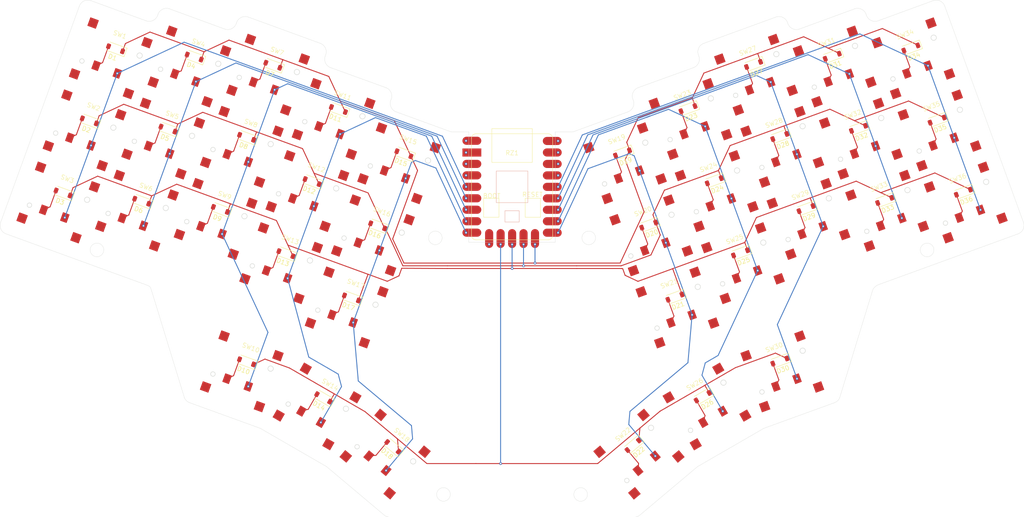
<source format=kicad_pcb>
(kicad_pcb (version 20241229) (generator "pcbnew") (generator_version "9.0")
  (title_block (title "FrustratedFly") (company "qwelyt"))
  (layers (0 "F.Cu" signal) (2 "B.Cu" signal) (13 "F.Paste" user) (15 "B.Paste" user) (5 "F.SilkS" user "F.Silkscreen") (7 "B.SilkS" user "B.Silkscreen") (1 "F.Mask" user) (3 "B.Mask" user) (25 "Edge.Cuts" user))
  (net 0 "")
  (net 1 "Net-(D1-K)")
  (net 2 "Net-(D1-A)")
  (net 3 "Net-(D13-K)")
  (net 4 "Net-(D2-A)")
  (net 5 "Net-(D3-A)")
  (net 6 "Net-(D12-K)")
  (net 7 "Net-(D4-A)")
  (net 8 "Net-(D5-A)")
  (net 9 "Net-(D6-A)")
  (net 10 "Net-(D7-A)")
  (net 11 "Net-(D8-A)")
  (net 12 "Net-(D9-A)")
  (net 13 "Net-(D10-A)")
  (net 14 "Net-(D14-A)")
  (net 15 "Net-(D10-K)")
  (net 16 "Net-(D18-A)")
  (net 17 "Net-(RZ1-Pad5)")
  (net 18 "Net-(RZ1-Pad4)")
  (net 19 "Net-(RZ1-Pad8)")
  (net 20 "unconnected-(RZ1-Pad2)")
  (net 21 "Net-(D11-A)")
  (net 22 "Net-(D12-A)")
  (net 23 "Net-(D13-A)")
  (net 24 "Net-(D15-A)")
  (net 25 "Net-(RZ1-Pad6)")
  (net 26 "unconnected-(RZ1-Pad29)")
  (net 27 "Net-(D16-A)")
  (net 28 "Net-(D17-A)")
  (net 29 "Net-(D19-A)")
  (net 30 "Net-(D20-A)")
  (net 31 "Net-(D21-A)")
  (net 32 "Net-(D22-A)")
  (net 33 "Net-(D23-A)")
  (net 34 "Net-(D24-A)")
  (net 35 "Net-(D25-A)")
  (net 36 "Net-(D26-A)")
  (net 37 "Net-(D27-A)")
  (net 38 "Net-(D28-A)")
  (net 39 "Net-(D29-A)")
  (net 40 "Net-(D30-A)")
  (net 41 "Net-(D31-A)")
  (net 42 "Net-(D32-A)")
  (net 43 "Net-(D33-A)")
  (net 44 "Net-(D34-A)")
  (net 45 "Net-(D35-A)")
  (net 46 "Net-(D36-A)")
  (net 47 "unconnected-(RZ1-Pad3)")
  (net 48 "unconnected-(RZ1-Pad13)")
  (net 49 "unconnected-(RZ1-Pad5V)")
  (net 50 "Net-(RZ1-Pad7)")
  (net 51 "unconnected-(RZ1-Pad0)")
  (net 52 "unconnected-(RZ1-Pad3.3V)")
  (net 53 "Net-(RZ1-Pad28)")
  (net 54 "unconnected-(RZ1-Pad1)")
  (net 55 "Net-(RZ1-Pad26)")
  (net 56 "Net-(RZ1-Pad14)")
  (net 57 "Net-(RZ1-Pad27)")
  (net 58 "unconnected-(RZ1-PadGND)")
  (net 59 "Net-(RZ1-Pad15)")
  (footprint "frustratedfly:CPG1316S01D02_mikeholscher_w_ref" (layer "F.Cu") (at 163.933162 144.912303 40)
    (property "Reference" "SW22" (hide yes))
    (property "Value" "CPG1316S" (hide yes))
    (fp_circle (center -5.800001 2.750001) (end -5.299999 2.750001) (stroke (width 0.1)) (fill no) (layer "Edge.Cuts"))
    (fp_circle (center 5.800001 -2.750001) (end 6.399997 -2.750001) (stroke (width 0.1)) (fill no) (layer "Edge.Cuts"))
  )
  (footprint "frustratedfly:RP2040_Zero_cutout" (layer "F.Cu") (at 135.822272 85.676946)
    (property "Reference" "RZ1")
    (property "Value" "RP2040-Zero")
  )
  (footprint "frustratedfly:CPG1316S01D02_mikeholscher_w_ref" (layer "F.Cu") (at 172.45969 112.408803 20)
    (property "Reference" "SW21" (hide yes))
    (property "Value" "CPG1316S" (hide yes))
    (fp_circle (center -5.799999 2.750001) (end -5.299999 2.75) (stroke (width 0.1)) (fill no) (layer "Edge.Cuts"))
    (fp_circle (center 5.799999 -2.750001) (end 6.399997 -2.750002) (stroke (width 0.1)) (fill no) (layer "Edge.Cuts"))
  )
  (footprint "Diode_SMD:D_SOD-123" (layer "F.Cu") (at 111.860753 78.354274 160)
    (property "Reference" "D15")
    (property "Value" "1n4148W")
  )
  (footprint "Diode_SMD:D_SOD-123" (layer "F.Cu") (at 82.818372 58.7382 160)
    (property "Reference" "D7")
    (property "Value" "1n4148W")
  )
  (footprint "Diode_SMD:D_SOD-123" (layer "F.Cu") (at 189.334973 58.552564 -160)
    (property "Reference" "D27")
    (property "Value" "1n4148W")
  )
  (footprint "Diode_SMD:D_SOD-123" (layer "F.Cu") (at 174.813784 68.3606 -160)
    (property "Reference" "D23")
    (property "Value" "1n4148W")
  )
  (footprint "frustratedfly:CPG1316S01D02_mikeholscher_w_ref" (layer "F.Cu") (at 104.986472 96.429838 -20)
    (property "Reference" "SW16" (hide yes))
    (property "Value" "CPG1316S" (hide yes))
    (fp_circle (center -5.799999 2.749999) (end -5.3 2.75) (stroke (width 0.1)) (fill no) (layer "Edge.Cuts"))
    (fp_circle (center 5.799999 -2.749999) (end 6.399998 -2.749997) (stroke (width 0.1)) (fill no) (layer "Edge.Cuts"))
  )
  (footprint "Diode_SMD:D_SOD-123" (layer "F.Cu") (at 53.761335 88.867099 160)
    (property "Reference" "D6")
    (property "Value" "1n4148W")
  )
  (footprint "Diode_SMD:D_SOD-123" (layer "F.Cu") (at 100.232071 110.303823 160)
    (property "Reference" "D17")
    (property "Value" "1n4148W")
  )
  (footprint "frustratedfly:CPG1316S01D02_mikeholscher_w_ref" (layer "F.Cu") (at 230.544439 73.176659 20)
    (property "Reference" "SW35" (hide yes))
    (property "Value" "CPG1316S" (hide yes))
    (fp_circle (center -5.799999 2.750001) (end -5.299999 2.75) (stroke (width 0.1)) (fill no) (layer "Edge.Cuts"))
    (fp_circle (center 5.799999 -2.750001) (end 6.399997 -2.750002) (stroke (width 0.1)) (fill no) (layer "Edge.Cuts"))
  )
  (footprint "frustratedfly:CPG1316S01D02_mikeholscher_w_ref" (layer "F.Cu") (at 236.358785 89.151429 20)
    (property "Reference" "SW36" (hide yes))
    (property "Value" "CPG1316S" (hide yes))
    (fp_circle (center -5.799999 2.750001) (end -5.299999 2.75) (stroke (width 0.1)) (fill no) (layer "Edge.Cuts"))
    (fp_circle (center 5.799999 -2.750001) (end 6.399997 -2.750002) (stroke (width 0.1)) (fill no) (layer "Edge.Cuts"))
  )
  (footprint "Diode_SMD:D_SOD-123" (layer "F.Cu") (at 97.339566 68.546233 160)
    (property "Reference" "D11")
    (property "Value" "1n4148W")
  )
  (footprint "frustratedfly:CPG1316S01D02_mikeholscher_w_ref" (layer "F.Cu") (at 181.16653 86.625994 20)
    (property "Reference" "SW24" (hide yes))
    (property "Value" "CPG1316S" (hide yes))
    (fp_circle (center -5.799999 2.750001) (end -5.299999 2.75) (stroke (width 0.1)) (fill no) (layer "Edge.Cuts"))
    (fp_circle (center 5.799999 -2.750001) (end 6.399997 -2.750002) (stroke (width 0.1)) (fill no) (layer "Edge.Cuts"))
  )
  (footprint "Diode_SMD:D_SOD-123" (layer "F.Cu") (at 200.963661 90.502118 -160)
    (property "Reference" "D29")
    (property "Value" "1n4148W")
  )
  (footprint "Diode_SMD:D_SOD-123" (layer "F.Cu") (at 106.046418 94.329051 160)
    (property "Reference" "D16")
    (property "Value" "1n4148W")
  )
  (footprint "Diode_SMD:D_SOD-123" (layer "F.Cu") (at 195.149318 74.527342 -160)
    (property "Reference" "D28")
    (property "Value" "1n4148W")
  )
  (footprint "Diode_SMD:D_SOD-123" (layer "F.Cu") (at 224.191696 54.911273 -160)
    (property "Reference" "D34")
    (property "Value" "1n4148W")
  )
  (footprint "frustratedfly:CPG1316S01D02_mikeholscher_w_ref" (layer "F.Cu") (at 70.129757 92.788535 -20)
    (property "Reference" "SW9" (hide yes))
    (property "Value" "CPG1316S" (hide yes))
    (fp_circle (center -5.799999 2.749999) (end -5.3 2.75) (stroke (width 0.1)) (fill no) (layer "Edge.Cuts"))
    (fp_circle (center 5.799999 -2.749999) (end 6.399998 -2.749997) (stroke (width 0.1)) (fill no) (layer "Edge.Cuts"))
  )
  (footprint "frustratedfly:CPG1316S01D02_mikeholscher_w_ref" (layer "F.Cu") (at 195.70239 126.562929 20)
    (property "Reference" "SW30" (hide yes))
    (property "Value" "CPG1316S" (hide yes))
    (fp_circle (center -5.799999 2.750001) (end -5.299999 2.75) (stroke (width 0.1)) (fill no) (layer "Edge.Cuts"))
    (fp_circle (center 5.799999 -2.750001) (end 6.399997 -2.750002) (stroke (width 0.1)) (fill no) (layer "Edge.Cuts"))
  )
  (footprint "Diode_SMD:D_SOD-123" (layer "F.Cu") (at 230.00604 70.886043 -160)
    (property "Reference" "D35")
    (property "Value" "1n4148W")
  )
  (footprint "Diode_SMD:D_SOD-123" (layer "F.Cu") (at 85.71088 100.495787 160)
    (property "Reference" "D13")
    (property "Value" "1n4148W")
  )
  (footprint "Diode_SMD:D_SOD-123" (layer "F.Cu") (at 42.147315 71.071673 160)
    (property "Reference" "D2")
    (property "Value" "1n4148W")
  )
  (footprint "Diode_SMD:D_SOD-123" (layer "F.Cu") (at 235.820382 86.860819 -160)
    (property "Reference" "D36")
    (property "Value" "1n4148W")
  )
  (footprint "frustratedfly:CPG1316S01D02_mikeholscher_w_ref" (layer "F.Cu") (at 92.610547 134.336918 -30)
    (property "Reference" "SW14" (hide yes))
    (property "Value" "CPG1316S" (hide yes))
    (fp_circle (center -5.800001 2.750001) (end -5.299999 2.75) (stroke (width 0.1)) (fill no) (layer "Edge.Cuts"))
    (fp_circle (center 5.800001 -2.750001) (end 6.399999 -2.75) (stroke (width 0.1)) (fill no) (layer "Edge.Cuts"))
  )
  (footprint "frustratedfly:CPG1316S01D02_mikeholscher_w_ref" (layer "F.Cu") (at 218.930426 90.972085 20)
    (property "Reference" "SW33" (hide yes))
    (property "Value" "CPG1316S" (hide yes))
    (fp_circle (center -5.799999 2.750001) (end -5.299999 2.75) (stroke (width 0.1)) (fill no) (layer "Edge.Cuts"))
    (fp_circle (center 5.799999 -2.750001) (end 6.399997 -2.750002) (stroke (width 0.1)) (fill no) (layer "Edge.Cuts"))
  )
  (footprint "frustratedfly:CPG1316S01D02_mikeholscher_w_ref" (layer "F.Cu") (at 189.873383 60.84318 20)
    (property "Reference" "SW27" (hide yes))
    (property "Value" "CPG1316S" (hide yes))
    (fp_circle (center -5.799999 2.750001) (end -5.299999 2.75) (stroke (width 0.1)) (fill no) (layer "Edge.Cuts"))
    (fp_circle (center 5.799999 -2.750001) (end 6.399997 -2.750002) (stroke (width 0.1)) (fill no) (layer "Edge.Cuts"))
  )
  (footprint "Diode_SMD:D_SOD-123" (layer "F.Cu") (at 166.106941 94.143414 -160)
    (property "Reference" "D20")
    (property "Value" "1n4148W")
  )
  (footprint "frustratedfly:CPG1316S01D02_mikeholscher_w_ref" (layer "F.Cu") (at 35.273034 89.147242 -20)
    (property "Reference" "SW3" (hide yes))
    (property "Value" "CPG1316S" (hide yes))
    (fp_circle (center -5.799999 2.749999) (end -5.3 2.75) (stroke (width 0.1)) (fill no) (layer "Edge.Cuts"))
    (fp_circle (center 5.799999 -2.749999) (end 6.399998 -2.749997) (stroke (width 0.1)) (fill no) (layer "Edge.Cuts"))
  )
  (footprint "frustratedfly:CPG1316S01D02_mikeholscher_w_ref" (layer "F.Cu") (at 64.330075 59.018343 -20)
    (property "Reference" "SW4" (hide yes))
    (property "Value" "CPG1316S" (hide yes))
    (fp_circle (center -5.799999 2.749999) (end -5.3 2.75) (stroke (width 0.1)) (fill no) (layer "Edge.Cuts"))
    (fp_circle (center 5.799999 -2.749999) (end 6.399998 -2.749997) (stroke (width 0.1)) (fill no) (layer "Edge.Cuts"))
  )
  (footprint "frustratedfly:CPG1316S01D02_mikeholscher_w_ref" (layer "F.Cu") (at 107.693841 144.892119 -40)
    (property "Reference" "SW18" (hide yes))
    (property "Value" "CPG1316S" (hide yes))
    (fp_circle (center -5.800001 2.749998) (end -5.3 2.749998) (stroke (width 0.1)) (fill no) (layer "Edge.Cuts"))
    (fp_circle (center 5.800001 -2.749998) (end 6.400002 -2.749998) (stroke (width 0.1)) (fill no) (layer "Edge.Cuts"))
  )
  (footprint "frustratedfly:CPG1316S01D02_mikeholscher_w_ref" (layer "F.Cu") (at 96.27963 70.647028 -20)
    (property "Reference" "SW11" (hide yes))
    (property "Value" "CPG1316S" (hide yes))
    (fp_circle (center -5.799999 2.749999) (end -5.3 2.75) (stroke (width 0.1)) (fill no) (layer "Edge.Cuts"))
    (fp_circle (center 5.799999 -2.749999) (end 6.399998 -2.749997) (stroke (width 0.1)) (fill no) (layer "Edge.Cuts"))
  )
  (footprint "frustratedfly:CPG1316S01D02_mikeholscher_w_ref" (layer "F.Cu") (at 84.650942 102.596581 -20)
    (property "Reference" "SW13" (hide yes))
    (property "Value" "CPG1316S" (hide yes))
    (fp_circle (center -5.799999 2.749999) (end -5.3 2.75) (stroke (width 0.1)) (fill no) (layer "Edge.Cuts"))
    (fp_circle (center 5.799999 -2.749999) (end 6.399998 -2.749997) (stroke (width 0.1)) (fill no) (layer "Edge.Cuts"))
  )
  (footprint "frustratedfly:CPG1316S01D02_mikeholscher_w_ref" (layer "F.Cu") (at 75.929431 126.558738 -20)
    (property "Reference" "SW10" (hide yes))
    (property "Value" "CPG1316S" (hide yes))
    (fp_circle (center -5.799999 2.749999) (end -5.3 2.75) (stroke (width 0.1)) (fill no) (layer "Edge.Cuts"))
    (fp_circle (center 5.799999 -2.749999) (end 6.399998 -2.749997) (stroke (width 0.1)) (fill no) (layer "Edge.Cuts"))
  )
  (footprint "Diode_SMD:D_SOD-123" (layer "F.Cu") (at 47.961659 55.096903 160)
    (property "Reference" "D1")
    (property "Value" "1n4148W")
  )
  (footprint "Diode_SMD:D_SOD-123" (layer "F.Cu") (at 180.628128 84.335378 -160)
    (property "Reference" "D24")
    (property "Value" "1n4148W")
  )
  (footprint "frustratedfly:CPG1316S01D02_mikeholscher_w_ref" (layer "F.Cu") (at 213.116082 74.997305 20)
    (property "Reference" "SW32" (hide yes))
    (property "Value" "CPG1316S" (hide yes))
    (fp_circle (center -5.799999 2.750001) (end -5.299999 2.75) (stroke (width 0.1)) (fill no) (layer "Edge.Cuts"))
    (fp_circle (center 5.799999 -2.750001) (end 6.399997 -2.750002) (stroke (width 0.1)) (fill no) (layer "Edge.Cuts"))
  )
  (footprint "frustratedfly:CPG1316S01D02_mikeholscher_w_ref" (layer "F.Cu") (at 224.730096 57.201886 20)
    (property "Reference" "SW34" (hide yes))
    (property "Value" "CPG1316S" (hide yes))
    (fp_circle (center -5.799999 2.750001) (end -5.299999 2.75) (stroke (width 0.1)) (fill no) (layer "Edge.Cuts"))
    (fp_circle (center 5.799999 -2.750001) (end 6.399997 -2.750002) (stroke (width 0.1)) (fill no) (layer "Edge.Cuts"))
  )
  (footprint "Diode_SMD:D_SOD-123" (layer "F.Cu") (at 162.643787 142.943973 -140)
    (property "Reference" "D22")
    (property "Value" "1n4148W")
  )
  (footprint "Diode_SMD:D_SOD-123" (layer "F.Cu") (at 212.577681 72.706691 -160)
    (property "Reference" "D32")
    (property "Value" "1n4148W")
  )
  (footprint "Diode_SMD:D_SOD-123" (layer "F.Cu") (at 59.575675 72.892325 160)
    (property "Reference" "D5")
    (property "Value" "1n4148W")
  )
  (footprint "Diode_SMD:D_SOD-123" (layer "F.Cu") (at 94.019183 132.452097 150)
    (property "Reference" "D14")
    (property "Value" "1n4148W")
  )
  (footprint "frustratedfly:CPG1316S01D02_mikeholscher_w_ref" (layer "F.Cu") (at 75.944094 76.813768 -20)
    (property "Reference" "SW8" (hide yes))
    (property "Value" "CPG1316S" (hide yes))
    (fp_circle (center -5.799999 2.749999) (end -5.3 2.75) (stroke (width 0.1)) (fill no) (layer "Edge.Cuts"))
    (fp_circle (center 5.799999 -2.749999) (end 6.399998 -2.749997) (stroke (width 0.1)) (fill no) (layer "Edge.Cuts"))
  )
  (footprint "frustratedfly:CPG1316S01D02_mikeholscher_w_ref" (layer "F.Cu") (at 52.701392 90.967895 -20)
    (property "Reference" "SW6" (hide yes))
    (property "Value" "CPG1316S" (hide yes))
    (fp_circle (center -5.799999 2.749999) (end -5.3 2.75) (stroke (width 0.1)) (fill no) (layer "Edge.Cuts"))
    (fp_circle (center 5.799999 -2.749999) (end 6.399998 -2.749997) (stroke (width 0.1)) (fill no) (layer "Edge.Cuts"))
  )
  (footprint "Diode_SMD:D_SOD-123" (layer "F.Cu") (at 109.408373 143.280537 140)
    (property "Reference" "D18")
    (property "Value" "1n4148W")
  )
  (footprint "frustratedfly:CPG1316S01D02_mikeholscher_w_ref" (layer "F.Cu") (at 99.172131 112.404614 -20)
    (property "Reference" "SW17" (hide yes))
    (property "Value" "CPG1316S" (hide yes))
    (fp_circle (center -5.799999 2.749999) (end -5.3 2.75) (stroke (width 0.1)) (fill no) (layer "Edge.Cuts"))
    (fp_circle (center 5.799999 -2.749999) (end 6.399998 -2.749997) (stroke (width 0.1)) (fill no) (layer "Edge.Cuts"))
  )
  (footprint "Diode_SMD:D_SOD-123" (layer "F.Cu") (at 76.989364 124.457945 160)
    (property "Reference" "D10")
    (property "Value" "1n4148W")
  )
  (footprint "frustratedfly:CPG1316S01D02_mikeholscher_w_ref" (layer "F.Cu") (at 58.515733 74.99312 -20)
    (property "Reference" "SW5" (hide yes))
    (property "Value" "CPG1316S" (hide yes))
    (fp_circle (center -5.799999 2.749999) (end -5.3 2.75) (stroke (width 0.1)) (fill no) (layer "Edge.Cuts"))
    (fp_circle (center 5.799999 -2.749999) (end 6.399998 -2.749997) (stroke (width 0.1)) (fill no) (layer "Edge.Cuts"))
  )
  (footprint "Diode_SMD:D_SOD-123" (layer "F.Cu") (at 65.390018 56.917552 160)
    (property "Reference" "D4")
    (property "Value" "1n4148W")
  )
  (footprint "frustratedfly:CPG1316S01D02_mikeholscher_w_ref" (layer "F.Cu") (at 195.68772 76.817956 20)
    (property "Reference" "SW28" (hide yes))
    (property "Value" "CPG1316S" (hide yes))
    (fp_circle (center -5.799999 2.750001) (end -5.299999 2.75) (stroke (width 0.1)) (fill no) (layer "Edge.Cuts"))
    (fp_circle (center 5.799999 -2.750001) (end 6.399997 -2.750002) (stroke (width 0.1)) (fill no) (layer "Edge.Cuts"))
  )
  (footprint "Diode_SMD:D_SOD-123" (layer "F.Cu") (at 160.292599 78.168638 -160)
    (property "Reference" "D19")
    (property "Value" "1n4148W")
  )
  (footprint "frustratedfly:CPG1316S01D02_mikeholscher_w_ref" (layer "F.Cu") (at 179.013033 134.34771 30)
    (property "Reference" "SW26" (hide yes))
    (property "Value" "CPG1316S" (hide yes))
    (fp_circle (center -5.800001 2.75) (end -5.299998 2.75) (stroke (width 0.1)) (fill no) (layer "Edge.Cuts"))
    (fp_circle (center 5.800001 -2.75) (end 6.399997 -2.750001) (stroke (width 0.1)) (fill no) (layer "Edge.Cuts"))
  )
  (footprint "frustratedfly:CPG1316S01D02_mikeholscher_w_ref" (layer "F.Cu") (at 207.301739 59.022533 20)
    (property "Reference" "SW31" (hide yes))
    (property "Value" "CPG1316S" (hide yes))
    (fp_circle (center -5.799999 2.750001) (end -5.299999 2.75) (stroke (width 0.1)) (fill no) (layer "Edge.Cuts"))
    (fp_circle (center 5.799999 -2.750001) (end 6.399997 -2.750002) (stroke (width 0.1)) (fill no) (layer "Edge.Cuts"))
  )
  (footprint "Diode_SMD:D_SOD-123" (layer "F.Cu") (at 178.085049 132.185384 -150)
    (property "Reference" "D26")
    (property "Value" "1n4148W")
  )
  (footprint "Diode_SMD:D_SOD-123" (layer "F.Cu") (at 186.442471 100.310152 -160)
    (property "Reference" "D25")
    (property "Value" "1n4148W")
  )
  (footprint "frustratedfly:CPG1316S01D02_mikeholscher_w_ref" (layer "F.Cu") (at 46.901721 57.197699 -20)
    (property "Reference" "SW1" (hide yes))
    (property "Value" "CPG1316S" (hide yes))
    (fp_circle (center -5.799999 2.749999) (end -5.3 2.75) (stroke (width 0.1)) (fill no) (layer "Edge.Cuts"))
    (fp_circle (center 5.799999 -2.749999) (end 6.399998 -2.749997) (stroke (width 0.1)) (fill no) (layer "Edge.Cuts"))
  )
  (footprint "frustratedfly:CPG1316S01D02_mikeholscher_w_ref" (layer "F.Cu") (at 90.465286 86.621806 -20)
    (property "Reference" "SW12" (hide yes))
    (property "Value" "CPG1316S" (hide yes))
    (fp_circle (center -5.799999 2.749999) (end -5.3 2.75) (stroke (width 0.1)) (fill no) (layer "Edge.Cuts"))
    (fp_circle (center 5.799999 -2.749999) (end 6.399998 -2.749997) (stroke (width 0.1)) (fill no) (layer "Edge.Cuts"))
  )
  (footprint "frustratedfly:CPG1316S01D02_mikeholscher_w_ref" (layer "F.Cu") (at 201.502064 92.792733 20)
    (property "Reference" "SW29" (hide yes))
    (property "Value" "CPG1316S" (hide yes))
    (fp_circle (center -5.799999 2.750001) (end -5.299999 2.75) (stroke (width 0.1)) (fill no) (layer "Edge.Cuts"))
    (fp_circle (center 5.799999 -2.750001) (end 6.399997 -2.750002) (stroke (width 0.1)) (fill no) (layer "Edge.Cuts"))
  )
  (footprint "frustratedfly:CPG1316S01D02_mikeholscher_w_ref" (layer "F.Cu") (at 166.645344 96.434028 20)
    (property "Reference" "SW20" (hide yes))
    (property "Value" "CPG1316S" (hide yes))
    (fp_circle (center -5.799999 2.750001) (end -5.299999 2.75) (stroke (width 0.1)) (fill no) (layer "Edge.Cuts"))
    (fp_circle (center 5.799999 -2.750001) (end 6.399997 -2.750002) (stroke (width 0.1)) (fill no) (layer "Edge.Cuts"))
  )
  (footprint "frustratedfly:CPG1316S01D02_mikeholscher_w_ref" (layer "F.Cu") (at 160.831005 80.45925 20)
    (property "Reference" "SW19" (hide yes))
    (property "Value" "CPG1316S" (hide yes))
    (fp_circle (center -5.799999 2.750001) (end -5.299999 2.75) (stroke (width 0.1)) (fill no) (layer "Edge.Cuts"))
    (fp_circle (center 5.799999 -2.750001) (end 6.399997 -2.750002) (stroke (width 0.1)) (fill no) (layer "Edge.Cuts"))
  )
  (footprint "Diode_SMD:D_SOD-123" (layer "F.Cu") (at 36.33297 87.046454 160)
    (property "Reference" "D3")
    (property "Value" "1n4148W")
  )
  (footprint "Diode_SMD:D_SOD-123" (layer "F.Cu") (at 91.525226 84.521008 160)
    (property "Reference" "D12")
    (property "Value" "1n4148W")
  )
  (footprint "frustratedfly:CPG1316S01D02_mikeholscher_w_ref" (layer "F.Cu") (at 41.087374 73.17247 -20)
    (property "Reference" "SW2" (hide yes))
    (property "Value" "CPG1316S" (hide yes))
    (fp_circle (center -5.799999 2.749999) (end -5.3 2.75) (stroke (width 0.1)) (fill no) (layer "Edge.Cuts"))
    (fp_circle (center 5.799999 -2.749999) (end 6.399998 -2.749997) (stroke (width 0.1)) (fill no) (layer "Edge.Cuts"))
  )
  (footprint "frustratedfly:CPG1316S01D02_mikeholscher_w_ref" (layer "F.Cu") (at 186.980874 102.600766 20)
    (property "Reference" "SW25" (hide yes))
    (property "Value" "CPG1316S" (hide yes))
    (fp_circle (center -5.799999 2.750001) (end -5.299999 2.75) (stroke (width 0.1)) (fill no) (layer "Edge.Cuts"))
    (fp_circle (center 5.799999 -2.750001) (end 6.399997 -2.750002) (stroke (width 0.1)) (fill no) (layer "Edge.Cuts"))
  )
  (footprint "Diode_SMD:D_SOD-123" (layer "F.Cu") (at 171.92128 110.118185 -160)
    (property "Reference" "D21")
    (property "Value" "1n4148W")
  )
  (footprint "Diode_SMD:D_SOD-123" (layer "F.Cu") (at 206.763334 56.731919 -160)
    (property "Reference" "D31")
    (property "Value" "1n4148W")
  )
  (footprint "frustratedfly:CPG1316S01D02_mikeholscher_w_ref" (layer "F.Cu") (at 81.758444 60.838991 -20)
    (property "Reference" "SW7" (hide yes))
    (property "Value" "CPG1316S" (hide yes))
    (fp_circle (center -5.799999 2.749999) (end -5.3 2.75) (stroke (width 0.1)) (fill no) (layer "Edge.Cuts"))
    (fp_circle (center 5.799999 -2.749999) (end 6.399998 -2.749997) (stroke (width 0.1)) (fill no) (layer "Edge.Cuts"))
  )
  (footprint "Diode_SMD:D_SOD-123" (layer "F.Cu") (at 195.163983 124.272313 -160)
    (property "Reference" "D30")
    (property "Value" "1n4148W")
  )
  (footprint "Diode_SMD:D_SOD-123" (layer "F.Cu") (at 218.392018 88.681466 -160)
    (property "Reference" "D33")
    (property "Value" "1n4148W")
  )
  (footprint "frustratedfly:CPG1316S01D02_mikeholscher_w_ref" (layer "F.Cu") (at 175.35219 70.651219 20)
    (property "Reference" "SW23" (hide yes))
    (property "Value" "CPG1316S" (hide yes))
    (fp_circle (center -5.799999 2.750001) (end -5.299999 2.75) (stroke (width 0.1)) (fill no) (layer "Edge.Cuts"))
    (fp_circle (center 5.799999 -2.750001) (end 6.399997 -2.750002) (stroke (width 0.1)) (fill no) (layer "Edge.Cuts"))
  )
  (footprint "frustratedfly:CPG1316S01D02_mikeholscher_w_ref" (layer "F.Cu") (at 110.800815 80.455062 -20)
    (property "Reference" "SW15" (hide yes))
    (property "Value" "CPG1316S" (hide yes))
    (fp_circle (center -5.799999 2.749999) (end -5.3 2.75) (stroke (width 0.1)) (fill no) (layer "Edge.Cuts"))
    (fp_circle (center 5.799999 -2.749999) (end 6.399998 -2.749997) (stroke (width 0.1)) (fill no) (layer "Edge.Cuts"))
  )
  (footprint "Diode_SMD:D_SOD-123" (layer "F.Cu") (at 77.004033 74.712972 160)
    (property "Reference" "D8")
    (property "Value" "1n4148W")
  )
  (footprint "Diode_SMD:D_SOD-123" (layer "F.Cu") (at 71.189691 90.687747 160)
    (property "Reference" "D9")
    (property "Value" "1n4148W")
  )
  (gr_arc (start 177.11233 56.4471) (mid 177.179099 54.917824) (end 178.307674 53.883679) (stroke (width 0.05)) (layer "Edge.Cuts"))
  (gr_line (start 149.262739 73.52196) (end 161.488139 69.072283) (stroke (width 0.05)) (layer "Edge.Cuts"))
  (gr_line (start 126.261829 73.522926) (end 126.251828 97.982926) (stroke (width 0.05)) (layer "Edge.Cuts"))
  (gr_line (start 249.131649 93.53769) (end 231.69022 45.623393) (stroke (width 0.05)) (layer "Edge.Cuts"))
  (gr_line (start 107.848275 63.691719) (end 95.621534 59.274878) (stroke (width 0.05)) (layer "Edge.Cuts"))
  (gr_line (start 162.852364 158.87661) (end 135.822368 158.872647) (stroke (width 0.05)) (layer "Edge.Cuts"))
  (gr_circle (center 118.819985 96.988734) (end 120.329985 96.988734) (stroke (width 0.05)) (fill no) (layer "Edge.Cuts"))
  (gr_line (start 94.712621 147.67059) (end 80.01617 139.18559) (stroke (width 0.05)) (layer "Edge.Cuts"))
  (gr_line (start 199.501636 50.713725) (end 211.698262 46.248785) (stroke (width 0.05)) (layer "Edge.Cuts"))
  (gr_line (start 208.395936 132.474265) (end 215.65359 108.80882) (stroke (width 0.05)) (layer "Edge.Cuts"))
  (gr_curve (pts (xy 215.65359 108.80882) (xy 215.866877 107.815995) (xy 216.95337 107.380241) (xy 216.95337 107.380241)) (stroke (width 0.05)) (layer "Edge.Cuts"))
  (gr_arc (start 107.848248 63.691713) (mid 108.976823 64.725862) (end 109.043592 66.255139) (stroke (width 0.05)) (layer "Edge.Cuts"))
  (gr_line (start 145.372899 73.522926) (end 145.382906 97.982924) (stroke (width 0.05)) (layer "Edge.Cuts"))
  (gr_arc (start 64.36878 133.509704) (mid 63.700807 133.10437) (end 63.238797 132.474264) (stroke (width 0.05)) (layer "Edge.Cuts"))
  (gr_arc (start 162.591138 66.255134) (mid 162.657906 64.725861) (end 163.786477 63.691713) (stroke (width 0.05)) (layer "Edge.Cuts"))
  (gr_line (start 191.618559 139.185589) (end 176.922113 147.670592) (stroke (width 0.05)) (layer "Edge.Cuts"))
  (gr_arc (start 216.917459 48.893195) (mid 215.388183 48.826431) (end 214.354032 47.697852) (stroke (width 0.05)) (layer "Edge.Cuts"))
  (gr_circle (center 120.622273 153.836946) (end 122.132273 153.836946) (stroke (width 0.05)) (fill no) (layer "Edge.Cuts"))
  (gr_arc (start 211.698262 46.248785) (mid 213.227546 46.315559) (end 214.261684 47.444134) (stroke (width 0.05)) (layer "Edge.Cuts"))
  (gr_line (start 135.822367 97.982652) (end 126.25203 97.982378) (stroke (width 0.05)) (layer "Edge.Cuts"))
  (gr_line (start 162.683486 66.508854) (end 162.591138 66.255134) (stroke (width 0.05)) (layer "Edge.Cuts"))
  (gr_arc (start 74.696513 49.518405) (mid 73.662367 50.646981) (end 72.133088 50.713747) (stroke (width 0.05)) (layer "Edge.Cuts"))
  (gr_arc (start 177.208546 56.711458) (mid 177.141776 58.240739) (end 176.013202 59.274883) (stroke (width 0.05)) (layer "Edge.Cuts"))
  (gr_arc (start 249.131649 93.53769) (mid 249.064809 95.068589) (end 247.935033 96.103838) (stroke (width 0.05)) (layer "Edge.Cuts"))
  (gr_line (start 216.917459 48.893195) (end 229.126547 44.427928) (stroke (width 0.05)) (layer "Edge.Cuts"))
  (gr_line (start 164.175595 158.387338) (end 176.922113 147.670592) (stroke (width 0.05)) (layer "Edge.Cuts"))
  (gr_arc (start 95.621534 59.274878) (mid 94.492956 58.240729) (end 94.426188 56.71146) (stroke (width 0.05)) (layer "Edge.Cuts"))
  (gr_line (start 110.146598 69.072648) (end 122.371992 73.522652) (stroke (width 0.05)) (layer "Edge.Cuts"))
  (gr_line (start 191.618559 139.185589) (end 207.265954 133.509704) (stroke (width 0.05)) (layer "Edge.Cuts"))
  (gr_line (start 107.459143 158.387345) (end 94.712621 147.67059) (stroke (width 0.05)) (layer "Edge.Cuts"))
  (gr_line (start 177.112325 56.447099) (end 177.208546 56.711461) (stroke (width 0.05)) (layer "Edge.Cuts"))
  (gr_arc (start 194.269632 48.063361) (mid 195.806556 48.130465) (end 196.845869 49.264683) (stroke (width 0.05)) (layer "Edge.Cuts"))
  (gr_circle (center 152.811836 96.992921) (end 154.321835 96.992921) (stroke (width 0.05)) (fill no) (layer "Edge.Cuts"))
  (gr_line (start 214.261684 47.444134) (end 214.354032 47.697976) (stroke (width 0.05)) (layer "Edge.Cuts"))
  (gr_arc (start 39.944473 45.623408) (mid 40.978742 44.494709) (end 42.508183 44.427929) (stroke (width 0.05)) (layer "Edge.Cuts"))
  (gr_line (start 39.944473 45.623408) (end 22.503082 93.537687) (stroke (width 0.05)) (layer "Edge.Cuts"))
  (gr_line (start 135.822368 158.872647) (end 108.782366 158.87661) (stroke (width 0.05)) (layer "Edge.Cuts"))
  (gr_arc (start 57.280702 47.69785) (mid 56.246553 48.826428) (end 54.717278 48.893195) (stroke (width 0.05)) (layer "Edge.Cuts"))
  (gr_arc (start 93.327086 53.883683) (mid 94.455659 54.917839) (end 94.522435 56.447111) (stroke (width 0.05)) (layer "Edge.Cuts"))
  (gr_line (start 178.307648 53.883687) (end 194.269632 48.063361) (stroke (width 0.05)) (layer "Edge.Cuts"))
  (gr_arc (start 199.501644 50.713744) (mid 197.972365 50.646984) (end 196.938218 49.518407) (stroke (width 0.05)) (layer "Edge.Cuts"))
  (gr_line (start 55.98115 108.808823) (end 63.2388 132.474262) (stroke (width 0.05)) (layer "Edge.Cuts"))
  (gr_arc (start 74.788856 49.264679) (mid 75.828177 48.130465) (end 77.365103 48.063356) (stroke (width 0.05)) (layer "Edge.Cuts"))
  (gr_line (start 74.788858 49.264689) (end 74.696513 49.518405) (stroke (width 0.05)) (layer "Edge.Cuts"))
  (gr_line (start 64.36878 133.509704) (end 80.01617 139.18559) (stroke (width 0.05)) (layer "Edge.Cuts"))
  (gr_line (start 54.681364 107.380239) (end 23.699701 96.103837) (stroke (width 0.05)) (layer "Edge.Cuts"))
  (gr_arc (start 208.395933 132.474264) (mid 207.933927 133.104369) (end 207.265953 133.509704) (stroke (width 0.05)) (layer "Edge.Cuts"))
  (gr_line (start 196.845869 49.264683) (end 196.938221 49.51841) (stroke (width 0.05)) (layer "Edge.Cuts"))
  (gr_arc (start 110.146598 69.072648) (mid 109.018025 68.038503) (end 108.951256 66.509224) (stroke (width 0.05)) (layer "Edge.Cuts"))
  (gr_arc (start 162.683486 66.508854) (mid 162.616717 68.038129) (end 161.488139 69.072283) (stroke (width 0.05)) (layer "Edge.Cuts"))
  (gr_circle (center 43.843409 99.662646) (end 45.35341 99.662646) (stroke (width 0.05)) (fill no) (layer "Edge.Cuts"))
  (gr_line (start 57.373046 47.444137) (end 57.280702 47.69785) (stroke (width 0.05)) (layer "Edge.Cuts"))
  (gr_line (start 135.822367 97.982652) (end 145.392705 97.982928) (stroke (width 0.05)) (layer "Edge.Cuts"))
  (gr_line (start 163.78646 63.691722) (end 176.013202 59.274883) (stroke (width 0.05)) (layer "Edge.Cuts"))
  (gr_arc (start 229.126549 44.427933) (mid 230.655993 44.494708) (end 231.690261 45.623408) (stroke (width 0.05)) (layer "Edge.Cuts"))
  (gr_line (start 72.133096 50.713725) (end 59.93647 46.24879) (stroke (width 0.05)) (layer "Edge.Cuts"))
  (gr_line (start 149.262739 73.52196) (end 145.372899 73.522926) (stroke (width 0.05)) (layer "Edge.Cuts"))
  (gr_arc (start 23.699694 96.103836) (mid 22.569922 95.068591) (end 22.503084 93.537685) (stroke (width 0.05)) (layer "Edge.Cuts"))
  (gr_line (start 93.327086 53.883683) (end 77.365103 48.063356) (stroke (width 0.05)) (layer "Edge.Cuts"))
  (gr_line (start 108.951272 66.50923) (end 109.043592 66.255139) (stroke (width 0.05)) (layer "Edge.Cuts"))
  (gr_circle (center 151.022273 153.846944) (end 152.532273 153.846944) (stroke (width 0.05)) (fill no) (layer "Edge.Cuts"))
  (gr_curve (pts (xy 55.98115 108.808823) (xy 55.647092 107.733158) (xy 55.651404 107.731877) (xy 54.681364 107.380239)) (stroke (width 0.05)) (layer "Edge.Cuts"))
  (gr_arc (start 108.782366 158.87661) (mid 108.076972 158.750373) (end 107.459143 158.387345) (stroke (width 0.05)) (layer "Edge.Cuts"))
  (gr_arc (start 164.175592 158.387344) (mid 163.557759 158.750376) (end 162.852364 158.87661) (stroke (width 0.05)) (layer "Edge.Cuts"))
  (gr_line (start 247.935026 96.103833) (end 216.95337 107.380241) (stroke (width 0.05)) (layer "Edge.Cuts"))
  (gr_circle (center 227.788407 99.666836) (end 229.298408 99.666835) (stroke (width 0.05)) (fill no) (layer "Edge.Cuts"))
  (gr_arc (start 57.373046 47.444137) (mid 58.407195 46.31556) (end 59.93647 46.24879) (stroke (width 0.05)) (layer "Edge.Cuts"))
  (gr_line (start 122.371995 73.521962) (end 126.261829 73.522926) (stroke (width 0.05)) (layer "Edge.Cuts"))
  (gr_line (start 94.42619 56.711455) (end 94.522431 56.447114) (stroke (width 0.05)) (layer "Edge.Cuts"))
  (gr_line (start 54.717278 48.893195) (end 42.508183 44.427929) (stroke (width 0.05)) (layer "Edge.Cuts"))
  (segment (start 163.765934 70.361219) (end 161.22582 75.8085) (width 0.2) (layer "F.Cu") (net 1))
  (segment (start 207.654505 54.316747) (end 217.861179 50.60182) (width 0.2) (layer "F.Cu") (net 1))
  (segment (start 99.523522 67.309638) (end 109.730193 71.024559) (width 0.2) (layer "F.Cu") (net 1))
  (segment (start 95.209004 61.21653) (end 97.749111 66.663811) (width 0.2) (layer "F.Cu") (net 1))
  (segment (start 160.879924 79.669834) (end 161.843094 77.604309) (width 0.2) (layer "F.Cu") (net 1))
  (segment (start 50.142452 53.929497) (end 49.512149 55.661238) (width 0.2) (layer "F.Cu") (net 1))
  (segment (start 85.030522 57.511865) (end 95.209004 61.21653) (width 0.2) (layer "F.Cu") (net 1))
  (segment (start 175.747009 66.000463) (end 178.326623 60.46847) (width 0.2) (layer "F.Cu") (net 1))
  (segment (start 84.368865 59.302535) (end 85.018594 57.517423) (width 0.2) (layer "F.Cu") (net 1))
  (segment (start 109.362429 97.229805) (end 114.880415 82.069259) (width 0.2) (layer "F.Cu") (net 1))
  (segment (start 55.589731 51.389389) (end 50.142452 53.929497) (width 0.2) (layer "F.Cu") (net 1))
  (segment (start 99.535888 67.336162) (end 99.523522 67.309638) (width 0.2) (layer "F.Cu") (net 1))
  (segment (start 140.902269 102.571513) (end 140.904072 102.573312) (width 0.2) (layer "F.Cu") (net 1))
  (segment (start 178.326623 60.46847) (end 190.254338 56.127134) (width 0.2) (layer "F.Cu") (net 1))
  (segment (start 190.254338 56.127134) (end 200.432819 52.422472) (width 0.2) (layer "F.Cu") (net 1))
  (segment (start 190.8985 57.92417) (end 190.248775 56.139059) (width 0.2) (layer "F.Cu") (net 1))
  (segment (start 207.681033 54.329117) (end 207.654505 54.316747) (width 0.2) (layer "F.Cu") (net 1))
  (segment (start 97.749111 66.663811) (end 98.890055 69.110573) (width 0.2) (layer "F.Cu") (net 1))
  (segment (start 159.7779 102.573312) (end 159.781025 102.570189) (width 0.2) (layer "F.Cu") (net 1))
  (segment (start 140.902269 102.573311) (end 159.7779 102.573312) (width 0.2) (layer "F.Cu") (net 1))
  (segment (start 165.079398 91.207793) (end 160.879924 79.669834) (width 0.2) (layer "F.Cu") (net 1))
  (segment (start 190.248775 56.139059) (end 190.254338 56.127134) (width 0.2) (layer "F.Cu") (net 1))
  (segment (start 97.749111 66.663811) (end 99.523522 67.309638) (width 0.2) (layer "F.Cu") (net 1))
  (segment (start 85.018594 57.517423) (end 85.030522 57.511865) (width 0.2) (layer "F.Cu") (net 1))
  (segment (start 73.102805 53.170525) (end 85.030522 57.511865) (width 0.2) (layer "F.Cu") (net 1))
  (segment (start 176.377308 67.732204) (end 175.747009 66.000463) (width 0.2) (layer "F.Cu") (net 1))
  (segment (start 66.940505 57.481886) (end 67.57081 55.75014) (width 0.2) (layer "F.Cu") (net 1))
  (segment (start 205.880097 54.962574) (end 207.654505 54.316747) (width 0.2) (layer "F.Cu") (net 1))
  (segment (start 67.57081 55.75014) (end 55.589731 51.389389) (width 0.2) (layer "F.Cu") (net 1))
  (segment (start 109.730193 71.024559) (end 113.411241 78.918607) (width 0.2) (layer "F.Cu") (net 1))
  (segment (start 217.861179 50.60182) (end 225.75522 54.282875) (width 0.2) (layer "F.Cu") (net 1))
  (segment (start 159.781025 102.570189) (end 165.079398 91.207793) (width 0.2) (layer "F.Cu") (net 1))
  (segment (start 111.854148 102.573313) (end 111.851022 102.570191) (width 0.2) (layer "F.Cu") (net 1))
  (segment (start 114.880415 82.069259) (end 113.411242 78.918607) (width 0.2) (layer "F.Cu") (net 1))
  (segment (start 161.22582 75.8085) (end 161.856124 77.540245) (width 0.2) (layer "F.Cu") (net 1))
  (segment (start 200.432819 52.422472) (end 205.880097 54.962574) (width 0.2) (layer "F.Cu") (net 1))
  (segment (start 67.57081 55.75014) (end 73.102805 53.170525) (width 0.2) (layer "F.Cu") (net 1))
  (segment (start 205.880097 54.962574) (end 208.326862 56.103522) (width 0.2) (layer "F.Cu") (net 1))
  (segment (start 111.854148 102.573313) (end 109.362429 97.229805) (width 0.2) (layer "F.Cu") (net 1))
  (segment (start 140.902269 102.573311) (end 111.854148 102.573313) (width 0.2) (layer "F.Cu") (net 1))
  (segment (start 175.747009 66.000463) (end 163.765934 70.361219) (width 0.2) (layer "F.Cu") (net 1))
  (via (at 140.902268 98.426943) (size 0.6) (drill 0.3) (layers "F.Cu" "B.Cu") (net 1))
  (via (at 140.902269 102.573311) (size 0.6) (drill 0.3) (layers "F.Cu" "B.Cu") (net 1))
  (segment (start 140.902268 98.426943) (end 140.902269 102.573311) (width 0.2) (layer "B.Cu") (net 1))
  (segment (start 45.091266 58.15895) (end 43.64613 58.832829) (width 0.2) (layer "F.Cu") (net 2))
  (segment (start 46.411163 54.532572) (end 45.091266 58.15895) (width 0.2) (layer "F.Cu") (net 2))
  (segment (start 110.76158 105.402501) (end 108.173698 106.60925) (width 0.2) (layer "F.Cu") (net 3))
  (segment (start 121.470171 103.774313) (end 111.371619 103.726431) (width 0.2) (layer "F.Cu") (net 3))
  (segment (start 103.87908 105.108021) (end 103.953615 105.073265) (width 0.2) (layer "F.Cu") (net 3))
  (segment (start 61.502169 85.09945) (end 73.429889 89.440783) (width 0.2) (layer "F.Cu") (net 3))
  (segment (start 160.873516 105.293997) (end 163.717545 106.620186) (width 0.2) (layer "F.Cu") (net 3))
  (segment (start 219.319382 86.334461) (end 219.292855 86.322093) (width 0.2) (layer "F.Cu") (net 3))
  (segment (start 160.192697 103.774313) (end 160.346504 103.846034) (width 0.2) (layer "F.Cu") (net 3))
  (segment (start 150.157969 103.774315) (end 121.470171 103.774313) (width 0.2) (layer "F.Cu") (net 3))
  (segment (start 72.768235 91.231451) (end 73.417962 89.446348) (width 0.2) (layer "F.Cu") (net 3))
  (segment (start 73.417962 89.446348) (end 73.429889 89.440783) (width 0.2) (layer "F.Cu") (net 3))
  (segment (start 108.173698 106.60925) (end 103.953615 105.073265) (width 0.2) (layer "F.Cu") (net 3))
  (segment (start 173.49448 109.54559) (end 171.412061 103.824196) (width 0.2) (layer "F.Cu") (net 3))
  (segment (start 111.371619 103.726431) (end 110.76158 105.402501) (width 0.2) (layer "F.Cu") (net 3))
  (segment (start 202.536854 89.929517) (end 201.887127 88.144408) (width 0.2) (layer "F.Cu") (net 3))
  (segment (start 187.385359 98.005809) (end 189.964974 92.473815) (width 0.2) (layer "F.Cu") (net 3))
  (segment (start 86.148483 98.592726) (end 87.289426 101.039492) (width 0.2) (layer "F.Cu") (net 3))
  (segment (start 201.892687 88.13248) (end 212.071169 84.427816) (width 0.2) (layer "F.Cu") (net 3))
  (segment (start 55.970179 87.679064) (end 43.9891 83.318306) (width 0.2) (layer "F.Cu") (net 3))
  (segment (start 73.429889 89.440783) (end 83.60837 93.145446) (width 0.2) (layer "F.Cu") (net 3))
  (segment (start 160.192697 103.774313) (end 150.157969 103.774315) (width 0.2) (layer "F.Cu") (net 3))
  (segment (start 171.414635 103.818677) (end 175.662046 102.272745) (width 0.2) (layer "F.Cu") (net 3))
  (segment (start 55.970179 87.679064) (end 61.502169 85.09945) (width 0.2) (layer "F.Cu") (net 3))
  (segment (start 189.964974 92.473815) (end 201.892687 88.13248) (width 0.2) (layer "F.Cu") (net 3))
  (segment (start 103.953615 105.073265) (end 97.977171 102.898017) (width 0.2) (layer "F.Cu") (net 3))
  (segment (start 101.782561 110.86816) (end 103.87908 105.108021) (width 0.2) (layer "F.Cu") (net 3))
  (segment (start 229.499532 82.607166) (end 237.39357 86.288219) (width 0.2) (layer "F.Cu") (net 3))
  (segment (start 87.922886 99.238561) (end 97.977171 102.898017) (width 0.2) (layer "F.Cu") (net 3))
  (segment (start 87.935257 99.265085) (end 87.922886 99.238561) (width 0.2) (layer "F.Cu") (net 3))
  (segment (start 212.071169 84.427816) (end 217.51845 86.967923) (width 0.2) (layer "F.Cu") (net 3))
  (segment (start 201.887127 88.144408) (end 201.892687 88.13248) (width 0.2) (layer "F.Cu") (net 3))
  (segment (start 43.9891 83.318306) (end 38.541821 85.858416) (width 0.2) (layer "F.Cu") (net 3))
  (segment (start 86.148483 98.592726) (end 87.922886 99.238561) (width 0.2) (layer "F.Cu") (net 3))
  (segment (start 219.292855 86.322093) (end 229.499532 82.607166) (width 0.2) (layer "F.Cu") (net 3))
  (segment (start 83.60837 93.145446) (end 86.148483 98.592726) (width 0.2) (layer "F.Cu") (net 3))
  (segment (start 55.339873 89.410802) (end 55.970179 87.679064) (width 0.2) (layer "F.Cu") (net 3))
  (segment (start 38.541821 85.858416) (end 37.911517 87.590154) (width 0.2) (layer "F.Cu") (net 3))
  (segment (start 188.015663 99.737552) (end 187.385359 98.005809) (width 0.2) (layer "F.Cu") (net 3))
  (segment (start 160.346504 103.846034) (end 160.873516 105.293997) (width 0.2) (layer "F.Cu") (net 3))
  (segment (start 163.717545 106.620186) (end 171.414635 103.818677) (width 0.2) (layer "F.Cu") (net 3))
  (segment (start 171.412061 103.824196) (end 171.414635 103.818677) (width 0.2) (layer "F.Cu") (net 3))
  (segment (start 187.385359 98.005809) (end 175.662046 102.272745) (width 0.2) (layer "F.Cu") (net 3))
  (segment (start 217.51845 86.967923) (end 219.965214 88.108865) (width 0.2) (layer "F.Cu") (net 3))
  (segment (start 160.192697 103.774313) (end 160.216901 103.774313) (width 0.2) (layer "F.Cu") (net 3))
  (segment (start 217.51845 86.967923) (end 219.292855 86.322093) (width 0.2) (layer "F.Cu") (net 3))
  (via (at 135.832275 98.436947) (size 0.6) (drill 0.3) (layers "F.Cu" "B.Cu") (net 3))
  (via (at 135.832276 103.770191) (size 0.6) (drill 0.3) (layers "F.Cu" "B.Cu") (net 3))
  (segment (start 135.832276 103.770191) (end 135.832275 98.436947) (width 0.2) (layer "B.Cu") (net 3))
  (segment (start 40.596827 70.50734) (end 39.276924 74.133724) (width 0.2) (layer "F.Cu") (net 4))
  (segment (start 39.276924 74.133724) (end 37.83179 74.807601) (width 0.2) (layer "F.Cu") (net 4))
  (segment (start 34.782483 86.482116) (end 33.462578 90.108505) (width 0.2) (layer "F.Cu") (net 5))
  (segment (start 33.462578 90.108505) (end 32.017446 90.782379) (width 0.2) (layer "F.Cu") (net 5))
  (segment (start 61.758024 71.747852) (end 67.290017 69.168242) (width 0.2) (layer "F.Cu") (net 6))
  (segment (start 135.578207 103.174315) (end 135.58333 103.169189) (width 0.2) (layer "F.Cu") (net 6))
  (segment (start 107.797781 94.966496) (end 107.596908 94.893385) (width 0.2) (layer "F.Cu") (net 6))
  (segment (start 121.503068 103.174314) (end 135.578207 103.174315) (width 0.2) (layer "F.Cu") (net 6))
  (segment (start 167.039333 91.868712) (end 167.669638 93.600455) (width 0.2) (layer "F.Cu") (net 6))
  (segment (start 159.996898 103.174312) (end 166.593464 100.77336) (width 0.2) (layer "F.Cu") (net 6))
  (segment (start 91.936326 82.661517) (end 93.710734 83.30735) (width 0.2) (layer "F.Cu") (net 6))
  (segment (start 196.712017 73.984381) (end 196.062292 72.19927) (width 0.2) (layer "F.Cu") (net 6))
  (segment (start 213.49454 70.389325) (end 213.46802 70.376958) (width 0.2) (layer "F.Cu") (net 6))
  (segment (start 93.723098 83.333874) (end 93.710734 83.30735) (width 0.2) (layer "F.Cu") (net 6))
  (segment (start 49.776941 67.387097) (end 44.329664 69.927203) (width 0.2) (layer "F.Cu") (net 6))
  (segment (start 61.758024 71.747852) (end 49.776941 67.387097) (width 0.2) (layer "F.Cu") (net 6))
  (segment (start 61.12772 73.479595) (end 61.758024 71.747852) (width 0.2) (layer "F.Cu") (net 6))
  (segment (start 111.62515 103.174314) (end 107.797781 94.966496) (width 0.2) (layer "F.Cu") (net 6))
  (segment (start 136.081218 103.169189) (end 136.08634 103.174315) (width 0.2) (layer "F.Cu") (net 6))
  (segment (start 103.917405 87.022274) (end 107.598456 94.916311) (width 0.2) (layer "F.Cu") (net 6))
  (segment (start 166.593464 100.77336) (end 168.661646 96.338128) (width 0.2) (layer "F.Cu") (net 6))
  (segment (start 181.560521 82.060676) (end 184.140133 76.528678) (width 0.2) (layer "F.Cu") (net 6))
  (segment (start 184.140133 76.528678) (end 196.067848 72.187345) (width 0.2) (layer "F.Cu") (net 6))
  (segment (start 121.503068 103.174314) (end 111.62515 103.174314) (width 0.2) (layer "F.Cu") (net 6))
  (segment (start 150.125071 103.174313) (end 159.996898 103.174312) (width 0.2) (layer "F.Cu") (net 6))
  (segment (start 169.579441 86.42143) (end 167.039333 91.868712) (width 0.2) (layer "F.Cu") (net 6))
  (segment (start 168.661646 96.338128) (end 167.657434 93.579084) (width 0.2) (layer "F.Cu") (net 6))
  (segment (start 181.560521 82.060676) (end 169.579441 86.42143) (width 0.2) (layer "F.Cu") (net 6))
  (segment (start 135.58333 103.169189) (end 136.081218 103.169189) (width 0.2) (layer "F.Cu") (net 6))
  (segment (start 91.936326 82.661517) (end 93.077265 85.108281) (width 0.2) (layer "F.Cu") (net 6))
  (segment (start 136.08634 103.174315) (end 150.125071 103.174313) (width 0.2) (layer "F.Cu") (net 6))
  (segment (start 182.190824 83.792414) (end 181.560521 82.060676) (width 0.2) (layer "F.Cu") (net 6))
  (segment (start 223.674694 66.66203) (end 231.568732 70.343083) (width 0.2) (layer "F.Cu") (net 6))
  (segment (start 111.62515 103.174314) (end 111.621024 103.170189) (width 0.2) (layer "F.Cu") (net 6))
  (segment (start 196.067848 72.187345) (end 206.246334 68.482678) (width 0.2) (layer "F.Cu") (net 6))
  (segment (start 89.396219 77.214239) (end 91.936326 82.661517) (width 0.2) (layer "F.Cu") (net 6))
  (segment (start 213.46802 70.376958) (end 223.674694 66.66203) (width 0.2) (layer "F.Cu") (net 6))
  (segment (start 159.996898 103.174312) (end 160.001025 103.170191) (width 0.2) (layer "F.Cu") (net 6))
  (segment (start 79.205809 73.515135) (end 79.217733 73.509571) (width 0.2) (layer "F.Cu") (net 6))
  (segment (start 78.55608 75.300246) (end 79.205809 73.515135) (width 0.2) (layer "F.Cu") (net 6))
  (segment (start 79.217733 73.509571) (end 89.396219 77.214239) (width 0.2) (layer "F.Cu") (net 6))
  (segment (start 44.329664 69.927203) (end 43.699359 71.658946) (width 0.2) (layer "F.Cu") (net 6))
  (segment (start 211.693615 71.022787) (end 214.140374 72.163732) (width 0.2) (layer "F.Cu") (net 6))
  (segment (start 206.246334 68.482678) (end 211.693615 71.022787) (width 0.2) (layer "F.Cu") (net 6))
  (segment (start 67.290017 69.168242) (end 79.217733 73.509571) (width 0.2) (layer "F.Cu") (net 6))
  (segment (start 211.693615 71.022787) (end 213.46802 70.376958) (width 0.2) (layer "F.Cu") (net 6))
  (segment (start 196.062292 72.19927) (end 196.067848 72.187345) (width 0.2) (layer "F.Cu") (net 6))
  (segment (start 93.710734 83.30735) (end 103.917405 87.022274) (width 0.2) (layer "F.Cu") (net 6))
  (via (at 138.362266 103.173314) (size 0.6) (drill 0.3) (layers "F.Cu" "B.Cu") (net 6))
  (via (at 138.362269 98.436945) (size 0.6) (drill 0.3) (layers "F.Cu" "B.Cu") (net 6))
  (segment (start 138.362269 98.436948) (end 138.362269 98.436945) (width 0.2) (layer "B.Cu") (net 6))
  (segment (start 138.362266 103.173314) (end 138.362269 98.436948) (width 0.2) (layer "B.Cu") (net 6))
  (segment (start 62.519629 59.979599) (end 61.074494 60.65348) (width 0.2) (layer "F.Cu") (net 7))
  (segment (start 63.839523 56.353218) (end 62.519629 59.979599) (width 0.2) (layer "F.Cu") (net 7))
  (segment (start 58.025185 72.32799) (end 56.705284 75.954377) (width 0.2) (layer "F.Cu") (net 8))
  (segment (start 56.705284 75.954377) (end 55.260149 76.628253) (width 0.2) (layer "F.Cu") (net 8))
  (segment (start 52.210845 88.302769) (end 50.890948 91.92915) (width 0.2) (layer "F.Cu") (net 9))
  (segment (start 50.890948 91.92915) (end 49.445805 92.603028) (width 0.2) (layer "F.Cu") (net 9))
  (segment (start 81.267888 58.173868) (end 79.947989 61.800249) (width 0.2) (layer "F.Cu") (net 10))
  (segment (start 79.947989 61.800249) (end 78.502855 62.474124) (width 0.2) (layer "F.Cu") (net 10))
  (segment (start 74.133645 77.775023) (end 72.688512 78.448897) (width 0.2) (layer "F.Cu") (net 11))
  (segment (start 75.453549 74.148638) (end 74.133645 77.775023) (width 0.2) (layer "F.Cu") (net 11))
  (segment (start 68.319302 93.749797) (end 66.874172 94.423674) (width 0.2) (layer "F.Cu") (net 12))
  (segment (start 69.639199 90.123413) (end 68.319302 93.749797) (width 0.2) (layer "F.Cu") (net 12))
  (segment (start 75.438881 123.893615) (end 74.118977 127.52) (width 0.2) (layer "F.Cu") (net 13))
  (segment (start 74.118977 127.52) (end 72.673846 128.19387) (width 0.2) (layer "F.Cu") (net 13))
  (segment (start 92.59024 131.627096) (end 90.660683 134.969187) (width 0.2) (layer "F.Cu") (net 14))
  (segment (start 90.660683 134.969187) (end 89.120484 135.381889) (width 0.2) (layer "F.Cu") (net 14))
  (segment (start 168.623716 135.387089) (end 164.147505 139.14308) (width 0.2) (layer "F.Cu") (net 15))
  (segment (start 185.303364 125.75709) (end 194.18015 122.526205) (width 0.2) (layer "F.Cu") (net 15))
  (segment (start 86.495256 125.822462) (end 96.441242 131.564778) (width 0.2) (layer "F.Cu") (net 15))
  (segment (start 194.18015 122.526205) (end 196.714481 123.707977) (width 0.2) (layer "F.Cu") (net 15))
  (segment (start 95.448125 133.277095) (end 96.435903 131.566216) (width 0.2) (layer "F.Cu") (net 15))
  (segment (start 116.950948 146.99969) (end 127.794069 146.999689) (width 0.2) (layer "F.Cu") (net 15))
  (segment (start 110.317897 141.433898) (end 116.950948 146.99969) (width 0.2) (layer "F.Cu") (net 15))
  (segment (start 178.537734 129.669459) (end 178.539708 129.662091) (width 0.2) (layer "F.Cu") (net 15))
  (segment (start 78.539855 125.022285) (end 81.063521 123.845475) (width 0.2) (layer "F.Cu") (net 15))
  (segment (start 164.147505 139.14308) (end 163.907761 141.883377) (width 0.2) (layer "F.Cu") (net 15))
  (segment (start 154.798888 146.99969) (end 154.874667 146.92391) (width 0.2) (layer "F.Cu") (net 15))
  (segment (start 96.435903 131.566216) (end 96.441242 131.564778) (width 0.2) (layer "F.Cu") (net 15))
  (segment (start 110.425925 141.524549) (end 110.672349 144.341136) (width 0.2) (layer "F.Cu") (net 15))
  (segment (start 127.794069 146.999689) (end 154.798888 146.99969) (width 0.2) (layer "F.Cu") (net 15))
  (segment (start 96.441242 131.564778) (end 103.221689 135.479474) (width 0.2) (layer "F.Cu") (net 15))
  (segment (start 164.147505 139.14308) (end 154.874667 146.92391) (width 0.2) (layer "F.Cu") (net 15))
  (segment (start 81.063521 123.845475) (end 86.495256 125.822462) (width 0.2) (layer "F.Cu") (net 15))
  (segment (start 103.221689 135.479474) (end 110.317897 141.433898) (width 0.2) (layer "F.Cu") (net 15))
  (segment (start 178.539708 129.662091) (end 185.303364 125.75709) (width 0.2) (layer "F.Cu") (net 15))
  (segment (start 178.539708 129.662091) (end 168.623716 135.387089) (width 0.2) (layer "F.Cu") (net 15))
  (segment (start 110.317897 141.433898) (end 110.425925 141.524549) (width 0.2) (layer "F.Cu") (net 15))
  (segment (start 179.513991 131.360389) (end 178.537734 129.669459) (width 0.2) (layer "F.Cu") (net 15))
  (via (at 133.282273 98.426942) (size 0.6) (drill 0.3) (layers "F.Cu" "B.Cu") (net 15))
  (via (at 133.282273 146.999691) (size 0.6) (drill 0.3) (layers "F.Cu" "B.Cu") (net 15))
  (segment (start 133.282273 146.999691) (end 133.282273 98.426942) (width 0.2) (layer "B.Cu") (net 15))
  (segment (start 105.663809 145.176194) (end 104.075341 145.315168) (width 0.2) (layer "F.Cu") (net 16))
  (segment (start 108.144398 142.219938) (end 105.663809 145.176194) (width 0.2) (layer "F.Cu") (net 16))
  (via (at 210.557323 60.657672) (size 0.6) (drill 0.3) (layers "F.Cu" "B.Cu") (net 17))
  (via (at 146.022272 88.226944) (size 0.6) (drill 0.3) (layers "F.Cu" "B.Cu") (net 17))
  (via (at 222.186004 92.607221) (size 0.6) (drill 0.3) (layers "F.Cu" "B.Cu") (net 17))
  (via (at 216.371668 76.632442) (size 0.6) (drill 0.3) (layers "F.Cu" "B.Cu") (net 17))
  (segment (start 152.57867 74.166703) (end 201.411621 56.392962) (width 0.2) (layer "B.Cu") (net 17))
  (segment (start 201.411621 56.392962) (end 210.557323 60.657672) (width 0.2) (layer "B.Cu") (net 17))
  (segment (start 146.022272 88.226944) (end 152.57867 74.166703) (width 0.2) (layer "B.Cu") (net 17))
  (segment (start 210.557323 60.657672) (end 222.186004 92.607221) (width 0.2) (layer "B.Cu") (net 17))
  (via (at 227.985681 58.837018) (size 0.6) (drill 0.3) (layers "F.Cu" "B.Cu") (net 18))
  (via (at 239.614369 90.786568) (size 0.6) (drill 0.3) (layers "F.Cu" "B.Cu") (net 18))
  (via (at 233.80003 74.811798) (size 0.6) (drill 0.3) (layers "F.Cu" "B.Cu") (net 18))
  (via (at 146.022272 85.686946) (size 0.6) (drill 0.3) (layers "F.Cu" "B.Cu") (net 18))
  (segment (start 227.985681 58.837018) (end 239.614365 90.786565) (width 0.2) (layer "B.Cu") (net 18))
  (segment (start 212.87874 51.792537) (end 227.985681 58.837018) (width 0.2) (layer "B.Cu") (net 18))
  (segment (start 239.614365 90.786565) (end 239.614369 90.786568) (width 0.2) (layer "B.Cu") (net 18))
  (segment (start 146.022272 85.686946) (end 151.391801 74.171951) (width 0.2) (layer "B.Cu") (net 18))
  (segment (start 151.391801 74.171951) (end 212.87874 51.792537) (width 0.2) (layer "B.Cu") (net 18))
  (via (at 175.715273 114.043939) (size 0.6) (drill 0.3) (layers "F.Cu" "B.Cu") (net 19))
  (via (at 169.900928 98.069164) (size 0.6) (drill 0.3) (layers "F.Cu" "B.Cu") (net 19))
  (via (at 167.551655 145.335351) (size 0.6) (drill 0.3) (layers "F.Cu" "B.Cu") (net 19))
  (via (at 164.086585 82.094388) (size 0.6) (drill 0.3) (layers "F.Cu" "B.Cu") (net 19))
  (via (at 146.022273 95.846944) (size 0.6) (drill 0.3) (layers "F.Cu" "B.Cu") (net 19))
  (segment (start 167.720027 92.077189) (end 175.715267 114.043937) (width 0.2) (layer "B.Cu") (net 19))
  (segment (start 167.704749 92.070064) (end 167.720027 92.077189) (width 0.2) (layer "B.Cu") (net 19))
  (segment (start 175.715267 114.043937) (end 175.715273 114.043939) (width 0.2) (layer "B.Cu") (net 19))
  (segment (start 161.933558 135.435874) (end 161.679702 138.337433) (width 0.2) (layer "B.Cu") (net 19))
  (segment (start 146.022273 95.846944) (end 152.637943 81.659594) (width 0.2) (layer "B.Cu") (net 19))
  (segment (start 152.637943 81.659594) (end 161.824234 78.316056) (width 0.2) (layer "B.Cu") (net 19))
  (segment (start 161.824234 78.316056) (end 162.892734 78.814306) (width 0.2) (layer "B.Cu") (net 19))
  (segment (start 162.892734 78.814306) (end 164.086585 82.094388) (width 0.2) (layer "B.Cu") (net 19))
  (segment (start 175.715273 114.043939) (end 174.787339 124.650269) (width 0.2) (layer "B.Cu") (net 19))
  (segment (start 174.787339 124.650269) (end 161.933558 135.435874) (width 0.2) (layer "B.Cu") (net 19))
  (segment (start 164.086585 82.094388) (end 167.720027 92.077189) (width 0.2) (layer "B.Cu") (net 19))
  (segment (start 161.679702 138.337433) (end 167.551655 145.335351) (width 0.2) (layer "B.Cu") (net 19))
  (via (at 146.022271 80.606947) (size 0.6) (drill 0.3) (layers "F.Cu" "B.Cu") (net 20))
  (segment (start 94.469181 71.608285) (end 93.024044 72.282163) (width 0.2) (layer "F.Cu") (net 21))
  (segment (start 95.789069 67.981907) (end 94.469181 71.608285) (width 0.2) (layer "F.Cu") (net 21))
  (segment (start 88.654841 87.58306) (end 87.2097 88.256938) (width 0.2) (layer "F.Cu") (net 22))
  (segment (start 89.974738 83.956674) (end 88.654841 87.58306) (width 0.2) (layer "F.Cu") (net 22))
  (segment (start 82.840493 103.557839) (end 81.395361 104.231718) (width 0.2) (layer "F.Cu") (net 23))
  (segment (start 84.160387 99.931453) (end 82.840493 103.557839) (width 0.2) (layer "F.Cu") (net 23))
  (segment (start 108.990364 81.416322) (end 107.545228 82.090201) (width 0.2) (layer "F.Cu") (net 24))
  (segment (start 110.310266 77.789939) (end 108.990364 81.416322) (width 0.2) (layer "F.Cu") (net 24))
  (via (at 193.128968 62.478316) (size 0.6) (drill 0.3) (layers "F.Cu" "B.Cu") (net 25))
  (via (at 198.943304 78.453092) (size 0.6) (drill 0.3) (layers "F.Cu" "B.Cu") (net 25))
  (via (at 146.02227 90.766946) (size 0.6) (drill 0.3) (layers "F.Cu" "B.Cu") (net 25))
  (via (at 198.957977 128.198063) (size 0.6) (drill 0.3) (layers "F.Cu" "B.Cu") (net 25))
  (via (at 204.75765 94.427868) (size 0.6) (drill 0.3) (layers "F.Cu" "B.Cu") (net 25))
  (segment (start 194.59722 116.216984) (end 204.75765 94.427868) (width 0.2) (layer "B.Cu") (net 25))
  (segment (start 153.765541 74.161452) (end 189.944514 60.993383) (width 0.2) (layer "B.Cu") (net 25))
  (segment (start 193.128968 62.478316) (end 204.757651 94.427867) (width 0.2) (layer "B.Cu") (net 25))
  (segment (start 189.944514 60.993383) (end 193.128968 62.478316) (width 0.2) (layer "B.Cu") (net 25))
  (segment (start 198.957977 128.198063) (end 194.59722 116.216984) (width 0.2) (layer "B.Cu") (net 25))
  (segment (start 204.757651 94.427867) (end 204.75765 94.427868) (width 0.2) (layer "B.Cu") (net 25))
  (segment (start 146.02227 90.766946) (end 153.765541 74.161452) (width 0.2) (layer "B.Cu") (net 25))
  (via (at 125.622271 83.136946) (size 0.6) (drill 0.3) (layers "F.Cu" "B.Cu") (net 26))
  (segment (start 103.17603 97.391094) (end 101.730889 98.064973) (width 0.2) (layer "F.Cu") (net 27))
  (segment (start 104.495922 93.764715) (end 103.17603 97.391094) (width 0.2) (layer "F.Cu") (net 27))
  (segment (start 98.681582 109.739487) (end 97.361685 113.36587) (width 0.2) (layer "F.Cu") (net 28))
  (segment (start 97.361685 113.36587) (end 95.916546 114.039745) (width 0.2) (layer "F.Cu") (net 28))
  (segment (start 160.062001 82.359355) (end 159.388124 83.804488) (width 0.2) (layer "F.Cu") (net 29))
  (segment (start 158.742106 78.732966) (end 160.062001 82.359355) (width 0.2) (layer "F.Cu") (net 29))
  (segment (start 165.876342 98.334134) (end 165.202469 99.779265) (width 0.2) (layer "F.Cu") (net 30))
  (segment (start 164.556446 94.707741) (end 165.876342 98.334134) (width 0.2) (layer "F.Cu") (net 30))
  (segment (start 171.690688 114.30891) (end 171.016817 115.754039) (width 0.2) (layer "F.Cu") (net 31))
  (segment (start 170.370787 110.682514) (end 171.690688 114.30891) (width 0.2) (layer "F.Cu") (net 31))
  (segment (start 161.379819 144.004568) (end 163.860405 146.960826) (width 0.2) (layer "F.Cu") (net 32))
  (segment (start 163.860405 146.960826) (end 163.721432 148.549291) (width 0.2) (layer "F.Cu") (net 32))
  (segment (start 174.583189 72.55132) (end 173.909312 73.996453) (width 0.2) (layer "F.Cu") (net 33))
  (segment (start 173.26329 68.924929) (end 174.583189 72.55132) (width 0.2) (layer "F.Cu") (net 33))
  (segment (start 180.397531 88.526096) (end 179.723655 89.971229) (width 0.2) (layer "F.Cu") (net 34))
  (segment (start 179.077634 84.899709) (end 180.397531 88.526096) (width 0.2) (layer "F.Cu") (net 34))
  (segment (start 184.891973 100.874483) (end 186.211873 104.500871) (width 0.2) (layer "F.Cu") (net 35))
  (segment (start 186.211873 104.500871) (end 185.537995 105.946) (width 0.2) (layer "F.Cu") (net 35))
  (segment (start 178.585663 136.35248) (end 178.172968 137.892674) (width 0.2) (layer "F.Cu") (net 36))
  (segment (start 176.656106 133.010383) (end 178.585663 136.35248) (width 0.2) (layer "F.Cu") (net 36))
  (segment (start 189.104378 62.74329) (end 188.430507 64.188414) (width 0.2) (layer "F.Cu") (net 37))
  (segment (start 187.784479 59.116894) (end 189.104378 62.74329) (width 0.2) (layer "F.Cu") (net 37))
  (segment (start 194.918719 78.718064) (end 194.244846 80.163196) (width 0.2) (layer "F.Cu") (net 38))
  (segment (start 193.598823 75.09167) (end 194.918719 78.718064) (width 0.2) (layer "F.Cu") (net 38))
  (segment (start 199.413167 91.066448) (end 200.733063 94.692838) (width 0.2) (layer "F.Cu") (net 39))
  (segment (start 200.733063 94.692838) (end 200.059191 96.137968) (width 0.2) (layer "F.Cu") (net 39))
  (segment (start 193.613493 124.836643) (end 194.933388 128.463025) (width 0.2) (layer "F.Cu") (net 40))
  (segment (start 194.933388 128.463025) (end 194.259518 129.908163) (width 0.2) (layer "F.Cu") (net 40))
  (segment (start 206.532737 60.922637) (end 205.858859 62.367768) (width 0.2) (layer "F.Cu") (net 41))
  (segment (start 205.212835 57.296248) (end 206.532737 60.922637) (width 0.2) (layer "F.Cu") (net 41))
  (segment (start 211.027186 73.27102) (end 212.347084 76.89741) (width 0.2) (layer "F.Cu") (net 42))
  (segment (start 212.347084 76.89741) (end 211.673209 78.34254) (width 0.2) (layer "F.Cu") (net 42))
  (segment (start 218.161425 92.872191) (end 217.48755 94.317319) (width 0.2) (layer "F.Cu") (net 43))
  (segment (start 216.841524 89.245796) (end 218.161425 92.872191) (width 0.2) (layer "F.Cu") (net 43))
  (segment (start 223.961096 59.101982) (end 223.287222 60.547118) (width 0.2) (layer "F.Cu") (net 44))
  (segment (start 222.641202 55.475599) (end 223.961096 59.101982) (width 0.2) (layer "F.Cu") (net 44))
  (segment (start 229.775441 75.076757) (end 229.101563 76.521897) (width 0.2) (layer "F.Cu") (net 45))
  (segment (start 228.455547 71.45037) (end 229.775441 75.076757) (width 0.2) (layer "F.Cu") (net 45))
  (segment (start 235.589787 91.051537) (end 234.91591 92.496666) (width 0.2) (layer "F.Cu") (net 46))
  (segment (start 234.269887 87.425147) (end 235.589787 91.051537) (width 0.2) (layer "F.Cu") (net 46))
  (via (at 146.02227 83.146942) (size 0.6) (drill 0.3) (layers "F.Cu" "B.Cu") (net 47))
  (via (at 130.74227 98.426948) (size 0.6) (drill 0.3) (layers "F.Cu" "B.Cu") (net 48))
  (via (at 125.622268 75.476945) (size 0.6) (drill 0.3) (layers "F.Cu" "B.Cu") (net 49))
  (via (at 178.607776 72.286354) (size 0.6) (drill 0.3) (layers "F.Cu" "B.Cu") (net 50))
  (via (at 182.503095 135.392669) (size 0.6) (drill 0.3) (layers "F.Cu" "B.Cu") (net 50))
  (via (at 146.022272 93.306945) (size 0.6) (drill 0.3) (layers "F.Cu" "B.Cu") (net 50))
  (via (at 190.236462 104.235903) (size 0.6) (drill 0.3) (layers "F.Cu" "B.Cu") (net 50))
  (via (at 184.422118 88.261131) (size 0.6) (drill 0.3) (layers "F.Cu" "B.Cu") (net 50))
  (segment (start 177.899651 127.419263) (end 182.503095 135.392669) (width 0.2) (layer "B.Cu") (net 50))
  (segment (start 181.472581 123.046686) (end 178.631809 124.686807) (width 0.2) (layer "B.Cu") (net 50))
  (segment (start 170.490012 68.500977) (end 166.370823 70.000239) (width 0.2) (layer "B.Cu") (net 50))
  (segment (start 178.631809 124.686807) (end 177.899651 127.419263) (width 0.2) (layer "B.Cu") (net 50))
  (segment (start 178.607776 72.286354) (end 179.361406 74.356939) (width 0.2) (layer "B.Cu") (net 50))
  (segment (start 190.239853 104.245212) (end 181.472581 123.046686) (width 0.2) (layer "B.Cu") (net 50))
  (segment (start 190.236462 104.235902) (end 190.236462 104.235903) (width 0.2) (layer "B.Cu") (net 50))
  (segment (start 154.952409 74.156202) (end 166.370823 70.000239) (width 0.2) (layer "B.Cu") (net 50))
  (segment (start 190.236462 104.235903) (end 190.239853 104.245212) (width 0.2) (layer "B.Cu") (net 50))
  (segment (start 178.607776 72.286354) (end 170.490012 68.500977) (width 0.2) (layer "B.Cu") (net 50))
  (segment (start 178.607776 72.286354) (end 190.236462 104.235902) (width 0.2) (layer "B.Cu") (net 50))
  (segment (start 146.022272 93.306945) (end 154.952409 74.156202) (width 0.2) (layer "B.Cu") (net 50))
  (segment (start 166.370823 70.000239) (end 165.457724 70.332581) (width 0.2) (layer "B.Cu") (net 50))
  (via (at 146.012269 75.516943) (size 0.6) (drill 0.3) (layers "F.Cu" "B.Cu") (net 51))
  (via (at 125.622272 80.596946) (size 0.6) (drill 0.3) (layers "F.Cu" "B.Cu") (net 52))
  (via (at 48.344598 60.542934) (size 0.6) (drill 0.3) (layers "F.Cu" "B.Cu") (net 53))
  (via (at 42.530251 76.517707) (size 0.6) (drill 0.3) (layers "F.Cu" "B.Cu") (net 53))
  (via (at 125.62227 85.676943) (size 0.6) (drill 0.3) (layers "F.Cu" "B.Cu") (net 53))
  (via (at 36.715915 92.492481) (size 0.6) (drill 0.3) (layers "F.Cu" "B.Cu") (net 53))
  (segment (start 48.344598 60.542934) (end 63.160958 53.633951) (width 0.2) (layer "B.Cu") (net 53))
  (segment (start 48.344598 60.542934) (end 36.715915 92.492481) (width 0.2) (layer "B.Cu") (net 53))
  (segment (start 120.394109 74.465116) (end 125.62227 85.676943) (width 0.2) (layer "B.Cu") (net 53))
  (segment (start 63.160958 53.633951) (end 120.394109 74.465116) (width 0.2) (layer "B.Cu") (net 53))
  (via (at 146.022269 78.066945) (size 0.6) (drill 0.3) (layers "F.Cu" "B.Cu") (net 54))
  (via (at 125.622266 90.756945) (size 0.6) (drill 0.3) (layers "F.Cu" "B.Cu") (net 55))
  (via (at 77.372306 129.903973) (size 0.6) (drill 0.3) (layers "F.Cu" "B.Cu") (net 55))
  (via (at 71.572632 96.133778) (size 0.6) (drill 0.3) (layers "F.Cu" "B.Cu") (net 55))
  (via (at 83.201317 64.184228) (size 0.6) (drill 0.3) (layers "F.Cu" "B.Cu") (net 55))
  (via (at 77.386976 80.159004) (size 0.6) (drill 0.3) (layers "F.Cu" "B.Cu") (net 55))
  (segment (start 83.201317 64.184228) (end 71.572632 96.133773) (width 0.2) (layer "B.Cu") (net 55))
  (segment (start 86.095183 62.834797) (end 118.020364 74.454613) (width 0.2) (layer "B.Cu") (net 55))
  (segment (start 77.372306 129.903973) (end 81.733068 117.922897) (width 0.2) (layer "B.Cu") (net 55))
  (segment (start 81.733068 117.922897) (end 71.572632 96.133778) (width 0.2) (layer "B.Cu") (net 55))
  (segment (start 83.201317 64.184228) (end 86.095183 62.834797) (width 0.2) (layer "B.Cu") (net 55))
  (segment (start 71.572632 96.133773) (end 71.572632 96.133778) (width 0.2) (layer "B.Cu") (net 55))
  (segment (start 118.020364 74.454613) (end 125.622266 90.756945) (width 0.2) (layer "B.Cu") (net 55))
  (via (at 112.243694 83.8003) (size 0.6) (drill 0.3) (layers "F.Cu" "B.Cu") (net 56))
  (via (at 106.429353 99.775072) (size 0.6) (drill 0.3) (layers "F.Cu" "B.Cu") (net 56))
  (via (at 125.622273 95.836946) (size 0.6) (drill 0.3) (layers "F.Cu" "B.Cu") (net 56))
  (via (at 100.615013 115.749847) (size 0.6) (drill 0.3) (layers "F.Cu" "B.Cu") (net 56))
  (via (at 107.905563 148.529103) (size 0.6) (drill 0.3) (layers "F.Cu" "B.Cu") (net 56))
  (segment (start 113.787007 141.519875) (end 107.905563 148.529103) (width 0.2) (layer "B.Cu") (net 56))
  (segment (start 100.615013 115.749847) (end 101.748228 128.702598) (width 0.2) (layer "B.Cu") (net 56))
  (segment (start 113.530604 138.58918) (end 113.787007 141.519875) (width 0.2) (layer "B.Cu") (net 56))
  (segment (start 118.937901 81.502263) (end 114.382059 79.844073) (width 0.2) (layer "B.Cu") (net 56))
  (segment (start 113.540876 80.236326) (end 112.243694 83.8003) (width 0.2) (layer "B.Cu") (net 56))
  (segment (start 112.243694 83.8003) (end 112.243697 83.800303) (width 0.2) (layer "B.Cu") (net 56))
  (segment (start 125.622273 95.836946) (end 118.937901 81.502263) (width 0.2) (layer "B.Cu") (net 56))
  (segment (start 114.382059 79.844073) (end 113.540876 80.236326) (width 0.2) (layer "B.Cu") (net 56))
  (segment (start 112.243697 83.800303) (end 100.615013 115.749847) (width 0.2) (layer "B.Cu") (net 56))
  (segment (start 101.748228 128.702598) (end 113.530604 138.58918) (width 0.2) (layer "B.Cu") (net 56))
  (via (at 59.958609 78.338357) (size 0.6) (drill 0.3) (layers "F.Cu" "B.Cu") (net 57))
  (via (at 125.62227 88.216945) (size 0.6) (drill 0.3) (layers "F.Cu" "B.Cu") (net 57))
  (via (at 65.772959 62.36358) (size 0.6) (drill 0.3) (layers "F.Cu" "B.Cu") (net 57))
  (via (at 54.144271 94.313126) (size 0.6) (drill 0.3) (layers "F.Cu" "B.Cu") (net 57))
  (segment (start 119.207238 74.459865) (end 74.62807 58.234374) (width 0.2) (layer "B.Cu") (net 57))
  (segment (start 65.772959 62.36358) (end 54.144271 94.313126) (width 0.2) (layer "B.Cu") (net 57))
  (segment (start 74.62807 58.234374) (end 65.772959 62.36358) (width 0.2) (layer "B.Cu") (net 57))
  (segment (start 125.62227 88.216945) (end 119.207238 74.459865) (width 0.2) (layer "B.Cu") (net 57))
  (via (at 125.622267 78.076945) (size 0.6) (drill 0.3) (layers "F.Cu" "B.Cu") (net 58))
  (via (at 125.622269 93.306948) (size 0.6) (drill 0.3) (layers "F.Cu" "B.Cu") (net 59))
  (via (at 91.908165 89.967042) (size 0.6) (drill 0.3) (layers "F.Cu" "B.Cu") (net 59))
  (via (at 93.45061 137.881889) (size 0.6) (drill 0.3) (layers "F.Cu" "B.Cu") (net 59))
  (via (at 86.093822 105.941811) (size 0.6) (drill 0.3) (layers "F.Cu" "B.Cu") (net 59))
  (via (at 97.722509 73.992266) (size 0.6) (drill 0.3) (layers "F.Cu" "B.Cu") (net 59))
  (segment (start 97.722509 73.992266) (end 86.093822 105.941811) (width 0.2) (layer "B.Cu") (net 59))
  (segment (start 86.095615 105.942848) (end 90.775461 123.40828) (width 0.2) (layer "B.Cu") (net 59))
  (segment (start 98.035724 129.940234) (end 93.45061 137.881889) (width 0.2) (layer "B.Cu") (net 59))
  (segment (start 97.293903 127.171701) (end 98.035724 129.940234) (width 0.2) (layer "B.Cu") (net 59))
  (segment (start 90.775461 123.40828) (end 97.293903 127.171701) (width 0.2) (layer "B.Cu") (net 59))
  (segment (start 116.827881 74.44732) (end 105.549687 70.342392) (width 0.2) (layer "B.Cu") (net 59))
  (segment (start 125.622269 93.306948) (end 116.827881 74.44732) (width 0.2) (layer "B.Cu") (net 59))
  (segment (start 86.093822 105.941811) (end 86.095615 105.942848) (width 0.2) (layer "B.Cu") (net 59))
  (segment (start 105.549687 70.342392) (end 97.722509 73.992266) (width 0.2) (layer "B.Cu") (net 59))
)
</source>
